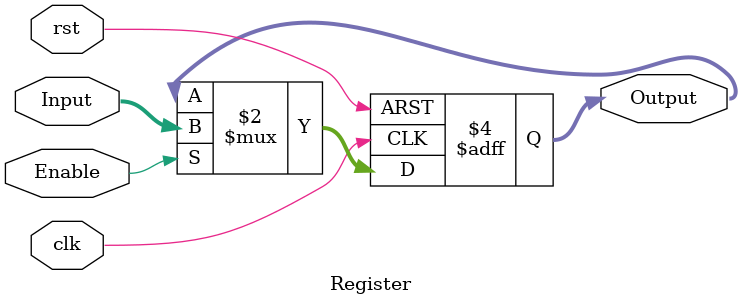
<source format=v>
module Register(Input, Enable, rst, clk, Output);

    input [31:0] Input;
    input Enable, clk, rst;

    output reg [31:0] Output;

    always @(posedge clk or posedge rst) begin
        if (rst)
            Output <= {32{1'b0}};
        else if (Enable)
            Output <= Input;
    end

endmodule
</source>
